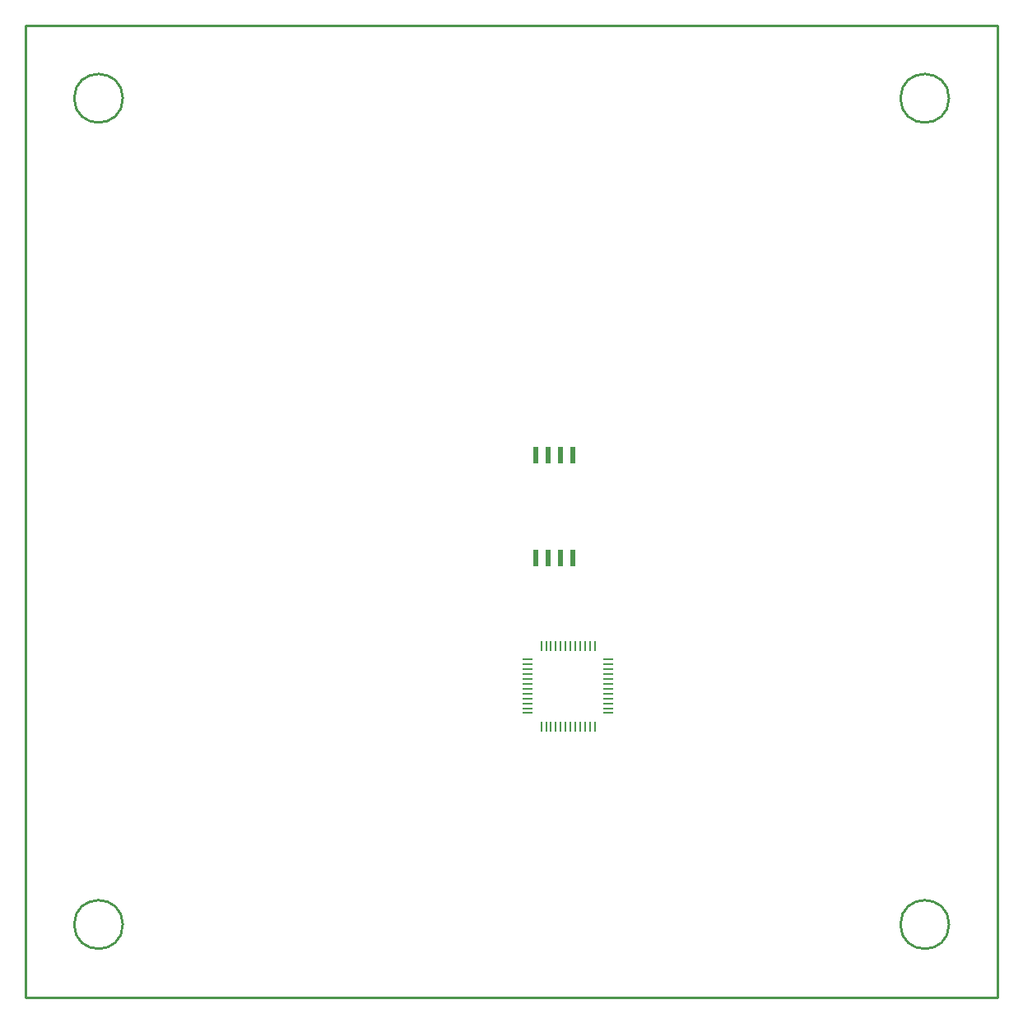
<source format=gtp>
*
*
G04 PADS VX.1.2 Build Number: 698008 generated Gerber (RS-274-X) file*
G04 PC Version=2.1*
*
%IN "opqbox2.pcb"*%
*
%MOIN*%
*
%FSLAX35Y35*%
*
*
*
*
G04 PC Standard Apertures*
*
*
G04 Thermal Relief Aperture macro.*
%AMTER*
1,1,$1,0,0*
1,0,$1-$2,0,0*
21,0,$3,$4,0,0,45*
21,0,$3,$4,0,0,135*
%
*
*
G04 Annular Aperture macro.*
%AMANN*
1,1,$1,0,0*
1,0,$2,0,0*
%
*
*
G04 Odd Aperture macro.*
%AMODD*
1,1,$1,0,0*
1,0,$1-0.005,0,0*
%
*
*
G04 PC Custom Aperture Macros*
*
*
*
*
*
*
G04 PC Aperture Table*
*
%ADD010C,0.001*%
%ADD013C,0.01*%
%ADD139R,0.03937X0.00984*%
%ADD140R,0.00984X0.03937*%
%ADD186R,0.02362X0.07087*%
*
*
*
*
G04 PC Circuitry*
G04 Layer Name opqbox2.pcb - circuitry*
%LPD*%
*
*
G04 PC Custom Flashes*
G04 Layer Name opqbox2.pcb - flashes*
%LPD*%
*
*
G04 PC Circuitry*
G04 Layer Name opqbox2.pcb - circuitry*
%LPD*%
*
G54D10*
G54D13*
G01X100000Y100000D02*
Y493701D01*
X493701*
Y100000*
X100000*
X139370Y129528D02*
G75*
G03X139370I-9842J0D01*
G01X474016D02*
G03X474016I-9843J0D01*
G01Y464173D02*
G03X474016I-9843J0D01*
G01X139370D02*
G03X139370I-9842J0D01*
G54D139*
G01X336122Y215157D03*
Y217126D03*
Y219094D03*
Y221063D03*
Y223031D03*
Y225000D03*
Y226969D03*
Y228937D03*
Y230906D03*
Y232874D03*
Y234843D03*
Y236811D03*
X303248D03*
Y234843D03*
Y232874D03*
Y230906D03*
Y228937D03*
Y226969D03*
Y225000D03*
Y223031D03*
Y221063D03*
Y219094D03*
Y217126D03*
Y215157D03*
G54D140*
X330512Y242421D03*
X328543D03*
X326575D03*
X324606D03*
X322638D03*
X320669D03*
X318701D03*
X316732D03*
X314764D03*
X312795D03*
X310827D03*
X308858D03*
Y209547D03*
X310827D03*
X312795D03*
X314764D03*
X316732D03*
X318701D03*
X320669D03*
X322638D03*
X324606D03*
X326575D03*
X328543D03*
X330512D03*
G54D186*
X321673Y319783D03*
X316673D03*
X311673D03*
X306673D03*
Y277854D03*
X311673D03*
X316673D03*
X321673D03*
G74*
X0Y0D02*
M02*

</source>
